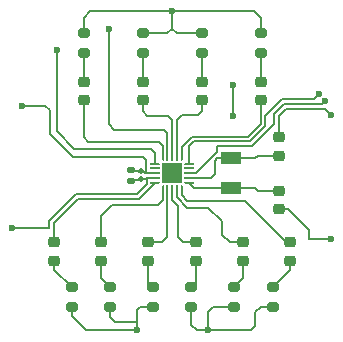
<source format=gbr>
%TF.GenerationSoftware,KiCad,Pcbnew,9.0.2*%
%TF.CreationDate,2025-05-30T03:52:38+02:00*%
%TF.ProjectId,Clock10,436c6f63-6b31-4302-9e6b-696361645f70,rev?*%
%TF.SameCoordinates,Original*%
%TF.FileFunction,Copper,L1,Top*%
%TF.FilePolarity,Positive*%
%FSLAX46Y46*%
G04 Gerber Fmt 4.6, Leading zero omitted, Abs format (unit mm)*
G04 Created by KiCad (PCBNEW 9.0.2) date 2025-05-30 03:52:38*
%MOMM*%
%LPD*%
G01*
G04 APERTURE LIST*
G04 Aperture macros list*
%AMRoundRect*
0 Rectangle with rounded corners*
0 $1 Rounding radius*
0 $2 $3 $4 $5 $6 $7 $8 $9 X,Y pos of 4 corners*
0 Add a 4 corners polygon primitive as box body*
4,1,4,$2,$3,$4,$5,$6,$7,$8,$9,$2,$3,0*
0 Add four circle primitives for the rounded corners*
1,1,$1+$1,$2,$3*
1,1,$1+$1,$4,$5*
1,1,$1+$1,$6,$7*
1,1,$1+$1,$8,$9*
0 Add four rect primitives between the rounded corners*
20,1,$1+$1,$2,$3,$4,$5,0*
20,1,$1+$1,$4,$5,$6,$7,0*
20,1,$1+$1,$6,$7,$8,$9,0*
20,1,$1+$1,$8,$9,$2,$3,0*%
%AMFreePoly0*
4,1,14,0.334644,0.085355,0.385355,0.034644,0.400000,-0.000711,0.400000,-0.050000,0.385355,-0.085355,0.350000,-0.100000,-0.350000,-0.100000,-0.385355,-0.085355,-0.400000,-0.050000,-0.400000,0.050000,-0.385355,0.085355,-0.350000,0.100000,0.299289,0.100000,0.334644,0.085355,0.334644,0.085355,$1*%
%AMFreePoly1*
4,1,14,0.385355,0.085355,0.400000,0.050000,0.400000,0.000711,0.385355,-0.034644,0.334644,-0.085355,0.299289,-0.100000,-0.350000,-0.100000,-0.385355,-0.085355,-0.400000,-0.050000,-0.400000,0.050000,-0.385355,0.085355,-0.350000,0.100000,0.350000,0.100000,0.385355,0.085355,0.385355,0.085355,$1*%
%AMFreePoly2*
4,1,14,0.085355,0.385355,0.100000,0.350000,0.100000,-0.350000,0.085355,-0.385355,0.050000,-0.400000,-0.050000,-0.400000,-0.085355,-0.385355,-0.100000,-0.350000,-0.100000,0.299289,-0.085355,0.334644,-0.034644,0.385355,0.000711,0.400000,0.050000,0.400000,0.085355,0.385355,0.085355,0.385355,$1*%
%AMFreePoly3*
4,1,14,0.034644,0.385355,0.085355,0.334644,0.100000,0.299289,0.100000,-0.350000,0.085355,-0.385355,0.050000,-0.400000,-0.050000,-0.400000,-0.085355,-0.385355,-0.100000,-0.350000,-0.100000,0.350000,-0.085355,0.385355,-0.050000,0.400000,-0.000711,0.400000,0.034644,0.385355,0.034644,0.385355,$1*%
%AMFreePoly4*
4,1,14,0.385355,0.085355,0.400000,0.050000,0.400000,-0.050000,0.385355,-0.085355,0.350000,-0.100000,-0.299289,-0.100000,-0.334644,-0.085355,-0.385355,-0.034644,-0.400000,0.000711,-0.400000,0.050000,-0.385355,0.085355,-0.350000,0.100000,0.350000,0.100000,0.385355,0.085355,0.385355,0.085355,$1*%
%AMFreePoly5*
4,1,14,0.385355,0.085355,0.400000,0.050000,0.400000,-0.050000,0.385355,-0.085355,0.350000,-0.100000,-0.350000,-0.100000,-0.385355,-0.085355,-0.400000,-0.050000,-0.400000,-0.000711,-0.385355,0.034644,-0.334644,0.085355,-0.299289,0.100000,0.350000,0.100000,0.385355,0.085355,0.385355,0.085355,$1*%
%AMFreePoly6*
4,1,14,0.085355,0.385355,0.100000,0.350000,0.100000,-0.299289,0.085355,-0.334644,0.034644,-0.385355,-0.000711,-0.400000,-0.050000,-0.400000,-0.085355,-0.385355,-0.100000,-0.350000,-0.100000,0.350000,-0.085355,0.385355,-0.050000,0.400000,0.050000,0.400000,0.085355,0.385355,0.085355,0.385355,$1*%
%AMFreePoly7*
4,1,14,0.085355,0.385355,0.100000,0.350000,0.100000,-0.350000,0.085355,-0.385355,0.050000,-0.400000,0.000711,-0.400000,-0.034644,-0.385355,-0.085355,-0.334644,-0.100000,-0.299289,-0.100000,0.350000,-0.085355,0.385355,-0.050000,0.400000,0.050000,0.400000,0.085355,0.385355,0.085355,0.385355,$1*%
G04 Aperture macros list end*
%TA.AperFunction,Conductor*%
%ADD10C,0.200000*%
%TD*%
%TA.AperFunction,SMDPad,CuDef*%
%ADD11RoundRect,0.200000X-0.275000X0.200000X-0.275000X-0.200000X0.275000X-0.200000X0.275000X0.200000X0*%
%TD*%
%TA.AperFunction,SMDPad,CuDef*%
%ADD12RoundRect,0.218750X0.256250X-0.218750X0.256250X0.218750X-0.256250X0.218750X-0.256250X-0.218750X0*%
%TD*%
%TA.AperFunction,SMDPad,CuDef*%
%ADD13FreePoly0,0.000000*%
%TD*%
%TA.AperFunction,SMDPad,CuDef*%
%ADD14RoundRect,0.050000X-0.350000X-0.050000X0.350000X-0.050000X0.350000X0.050000X-0.350000X0.050000X0*%
%TD*%
%TA.AperFunction,SMDPad,CuDef*%
%ADD15FreePoly1,0.000000*%
%TD*%
%TA.AperFunction,SMDPad,CuDef*%
%ADD16FreePoly2,0.000000*%
%TD*%
%TA.AperFunction,SMDPad,CuDef*%
%ADD17RoundRect,0.050000X-0.050000X-0.350000X0.050000X-0.350000X0.050000X0.350000X-0.050000X0.350000X0*%
%TD*%
%TA.AperFunction,SMDPad,CuDef*%
%ADD18FreePoly3,0.000000*%
%TD*%
%TA.AperFunction,SMDPad,CuDef*%
%ADD19FreePoly4,0.000000*%
%TD*%
%TA.AperFunction,SMDPad,CuDef*%
%ADD20FreePoly5,0.000000*%
%TD*%
%TA.AperFunction,SMDPad,CuDef*%
%ADD21FreePoly6,0.000000*%
%TD*%
%TA.AperFunction,SMDPad,CuDef*%
%ADD22FreePoly7,0.000000*%
%TD*%
%TA.AperFunction,HeatsinkPad*%
%ADD23R,1.700000X1.700000*%
%TD*%
%TA.AperFunction,SMDPad,CuDef*%
%ADD24RoundRect,0.200000X0.275000X-0.200000X0.275000X0.200000X-0.275000X0.200000X-0.275000X-0.200000X0*%
%TD*%
%TA.AperFunction,SMDPad,CuDef*%
%ADD25RoundRect,0.225000X-0.250000X0.225000X-0.250000X-0.225000X0.250000X-0.225000X0.250000X0.225000X0*%
%TD*%
%TA.AperFunction,SMDPad,CuDef*%
%ADD26RoundRect,0.218750X-0.256250X0.218750X-0.256250X-0.218750X0.256250X-0.218750X0.256250X0.218750X0*%
%TD*%
%TA.AperFunction,SMDPad,CuDef*%
%ADD27RoundRect,0.100000X0.100000X-0.130000X0.100000X0.130000X-0.100000X0.130000X-0.100000X-0.130000X0*%
%TD*%
%TA.AperFunction,SMDPad,CuDef*%
%ADD28R,1.800000X1.000000*%
%TD*%
%TA.AperFunction,SMDPad,CuDef*%
%ADD29RoundRect,0.225000X0.250000X-0.225000X0.250000X0.225000X-0.250000X0.225000X-0.250000X-0.225000X0*%
%TD*%
%TA.AperFunction,SMDPad,CuDef*%
%ADD30RoundRect,0.140000X0.170000X-0.140000X0.170000X0.140000X-0.170000X0.140000X-0.170000X-0.140000X0*%
%TD*%
%TA.AperFunction,ViaPad*%
%ADD31C,0.600000*%
%TD*%
G04 APERTURE END LIST*
D10*
%TO.N,GND*%
X97330000Y-99880000D02*
X96510000Y-99700000D01*
%TO.N,VCC*%
X97330000Y-100480000D02*
X96510000Y-100700000D01*
%TO.N,Net-(D3-A)*%
X102180000Y-95090000D02*
X102500000Y-94780000D01*
%TD*%
D11*
%TO.P,R6,1*%
%TO.N,Net-(D6-K)*%
X94750000Y-109675000D03*
%TO.P,R6,2*%
%TO.N,GND*%
X94750000Y-111325000D03*
%TD*%
D12*
%TO.P,D9,1,K*%
%TO.N,Net-(D9-K)*%
X106000000Y-107427500D03*
%TO.P,D9,2,A*%
%TO.N,Net-(D9-A)*%
X106000000Y-105852500D03*
%TD*%
%TO.P,D5,1,K*%
%TO.N,Net-(D5-K)*%
X90000000Y-107427500D03*
%TO.P,D5,2,A*%
%TO.N,Net-(D5-A)*%
X90000000Y-105852500D03*
%TD*%
D13*
%TO.P,U1,1,PA2*%
%TO.N,Net-(S1-In)*%
X98550000Y-99200000D03*
D14*
%TO.P,U1,2,PA3*%
%TO.N,unconnected-(U1-PA3-Pad2)*%
X98550000Y-99600000D03*
%TO.P,U1,3,GND*%
%TO.N,GND*%
X98550000Y-100000000D03*
%TO.P,U1,4,VCC*%
%TO.N,VCC*%
X98550000Y-100400000D03*
D15*
%TO.P,U1,5,PA4*%
%TO.N,Net-(D5-A)*%
X98550000Y-100800000D03*
D16*
%TO.P,U1,6,PA5*%
%TO.N,Net-(D6-A)*%
X99200000Y-101450000D03*
D17*
%TO.P,U1,7,PA6*%
%TO.N,Net-(D7-A)*%
X99600000Y-101450000D03*
%TO.P,U1,8,PA7*%
%TO.N,Net-(D8-A)*%
X100000000Y-101450000D03*
%TO.P,U1,9,PB5*%
%TO.N,Net-(D9-A)*%
X100400000Y-101450000D03*
D18*
%TO.P,U1,10,PB4*%
%TO.N,Net-(D0-A)*%
X100800000Y-101450000D03*
D19*
%TO.P,U1,11,PB3*%
%TO.N,Net-(U1-PB3)*%
X101450000Y-100800000D03*
D14*
%TO.P,U1,12,PB2*%
%TO.N,Net-(U1-PB2)*%
X101450000Y-100400000D03*
%TO.P,U1,13,PB1*%
%TO.N,Net-(S3-In)*%
X101450000Y-100000000D03*
%TO.P,U1,14,PB0*%
%TO.N,unconnected-(U1-PB0-Pad14)*%
X101450000Y-99600000D03*
D20*
%TO.P,U1,15,PC0*%
%TO.N,Net-(S2-In)*%
X101450000Y-99200000D03*
D21*
%TO.P,U1,16,PC1*%
%TO.N,Net-(D4-A)*%
X100800000Y-98550000D03*
D17*
%TO.P,U1,17,PC2*%
%TO.N,Net-(D3-A)*%
X100400000Y-98550000D03*
%TO.P,U1,18,PC3*%
%TO.N,Net-(D2-A)*%
X100000000Y-98550000D03*
%TO.P,U1,19,~{RESET}/PA0*%
%TO.N,Net-(U1-~{RESET}{slash}PA0)*%
X99600000Y-98550000D03*
D22*
%TO.P,U1,20,PA1*%
%TO.N,Net-(D1-A)*%
X99200000Y-98550000D03*
D23*
%TO.P,U1,21,GND*%
%TO.N,GND*%
X100000000Y-100000000D03*
%TD*%
D12*
%TO.P,D7,1,K*%
%TO.N,Net-(D7-K)*%
X98000000Y-107427500D03*
%TO.P,D7,2,A*%
%TO.N,Net-(D7-A)*%
X98000000Y-105852500D03*
%TD*%
D24*
%TO.P,R1,1*%
%TO.N,Net-(D1-K)*%
X92500000Y-89825000D03*
%TO.P,R1,2*%
%TO.N,GND*%
X92500000Y-88175000D03*
%TD*%
D25*
%TO.P,C1,1*%
%TO.N,Net-(U1-PB3)*%
X109020000Y-101475000D03*
%TO.P,C1,2*%
%TO.N,GND*%
X109020000Y-103025000D03*
%TD*%
D11*
%TO.P,R7,1*%
%TO.N,Net-(D7-K)*%
X98375000Y-109675000D03*
%TO.P,R7,2*%
%TO.N,GND*%
X98375000Y-111325000D03*
%TD*%
D26*
%TO.P,D1,1,K*%
%TO.N,Net-(D1-K)*%
X92500000Y-92262500D03*
%TO.P,D1,2,A*%
%TO.N,Net-(D1-A)*%
X92500000Y-93837500D03*
%TD*%
D27*
%TO.P,C3,1*%
%TO.N,VCC*%
X97330000Y-100500000D03*
%TO.P,C3,2*%
%TO.N,GND*%
X97330000Y-99860000D03*
%TD*%
D24*
%TO.P,R4,1*%
%TO.N,Net-(D4-K)*%
X107500000Y-89825000D03*
%TO.P,R4,2*%
%TO.N,GND*%
X107500000Y-88175000D03*
%TD*%
D26*
%TO.P,D3,1,K*%
%TO.N,Net-(D3-K)*%
X102500000Y-92262500D03*
%TO.P,D3,2,A*%
%TO.N,Net-(D3-A)*%
X102500000Y-93837500D03*
%TD*%
D12*
%TO.P,D6,1,K*%
%TO.N,Net-(D6-K)*%
X94000000Y-107427500D03*
%TO.P,D6,2,A*%
%TO.N,Net-(D6-A)*%
X94000000Y-105852500D03*
%TD*%
D26*
%TO.P,D2,1,K*%
%TO.N,Net-(D2-K)*%
X97500000Y-92262500D03*
%TO.P,D2,2,A*%
%TO.N,Net-(D2-A)*%
X97500000Y-93837500D03*
%TD*%
%TO.P,D4,1,K*%
%TO.N,Net-(D4-K)*%
X107500000Y-92262500D03*
%TO.P,D4,2,A*%
%TO.N,Net-(D4-A)*%
X107500000Y-93837500D03*
%TD*%
D11*
%TO.P,R0,1*%
%TO.N,Net-(D0-K)*%
X108500000Y-109675000D03*
%TO.P,R0,2*%
%TO.N,GND*%
X108500000Y-111325000D03*
%TD*%
D12*
%TO.P,D0,1,K*%
%TO.N,Net-(D0-K)*%
X110000000Y-107427500D03*
%TO.P,D0,2,A*%
%TO.N,Net-(D0-A)*%
X110000000Y-105852500D03*
%TD*%
D24*
%TO.P,R2,1*%
%TO.N,Net-(D2-K)*%
X97500000Y-89825000D03*
%TO.P,R2,2*%
%TO.N,GND*%
X97500000Y-88175000D03*
%TD*%
D11*
%TO.P,R8,1*%
%TO.N,Net-(D8-K)*%
X101625000Y-109675000D03*
%TO.P,R8,2*%
%TO.N,GND*%
X101625000Y-111325000D03*
%TD*%
D28*
%TO.P,Y1,1,1*%
%TO.N,Net-(U1-PB2)*%
X105020000Y-98750000D03*
%TO.P,Y1,2,2*%
%TO.N,Net-(U1-PB3)*%
X105020000Y-101250000D03*
%TD*%
D12*
%TO.P,D8,1,K*%
%TO.N,Net-(D8-K)*%
X102000000Y-107427500D03*
%TO.P,D8,2,A*%
%TO.N,Net-(D8-A)*%
X102000000Y-105852500D03*
%TD*%
D29*
%TO.P,C2,1*%
%TO.N,Net-(U1-PB2)*%
X109020000Y-98525000D03*
%TO.P,C2,2*%
%TO.N,GND*%
X109020000Y-96975000D03*
%TD*%
D30*
%TO.P,C4,1*%
%TO.N,VCC*%
X96510000Y-100680000D03*
%TO.P,C4,2*%
%TO.N,GND*%
X96510000Y-99720000D03*
%TD*%
D11*
%TO.P,R9,1*%
%TO.N,Net-(D9-K)*%
X105250000Y-109675000D03*
%TO.P,R9,2*%
%TO.N,GND*%
X105250000Y-111325000D03*
%TD*%
%TO.P,R5,1*%
%TO.N,Net-(D5-K)*%
X91500000Y-109675000D03*
%TO.P,R5,2*%
%TO.N,GND*%
X91500000Y-111325000D03*
%TD*%
D24*
%TO.P,R3,1*%
%TO.N,Net-(D3-K)*%
X102500000Y-89825000D03*
%TO.P,R3,2*%
%TO.N,GND*%
X102500000Y-88175000D03*
%TD*%
D31*
%TO.N,Net-(U1-~{RESET}{slash}PA0)*%
X94630000Y-87790000D03*
%TO.N,VCC*%
X86420000Y-104660000D03*
%TO.N,GND*%
X113450000Y-105560000D03*
X97000000Y-113310000D03*
X105120000Y-95170000D03*
X87270000Y-94340000D03*
X100000000Y-86280000D03*
X103000000Y-113310000D03*
X105120000Y-92560000D03*
X100000000Y-100000000D03*
X113490000Y-95080000D03*
%TO.N,Net-(S1-In)*%
X90220000Y-89550000D03*
%TO.N,Net-(S2-In)*%
X112412105Y-93340126D03*
%TO.N,Net-(S3-In)*%
X112973433Y-93910139D03*
%TD*%
D10*
%TO.N,Net-(U1-PB3)*%
X101890000Y-101240000D02*
X102000000Y-101240000D01*
X107265000Y-101475000D02*
X109020000Y-101475000D01*
X107040000Y-101250000D02*
X107265000Y-101475000D01*
X105020000Y-101250000D02*
X107040000Y-101250000D01*
X102000000Y-101240000D02*
X102010000Y-101250000D01*
X101450000Y-100800000D02*
X101890000Y-101240000D01*
X102010000Y-101250000D02*
X105020000Y-101250000D01*
%TO.N,Net-(U1-PB2)*%
X107010000Y-98750000D02*
X107235000Y-98525000D01*
X103270000Y-100400000D02*
X101450000Y-100400000D01*
X105020000Y-98750000D02*
X107010000Y-98750000D01*
X103610000Y-100060000D02*
X103600000Y-100070000D01*
X103600000Y-100070000D02*
X103270000Y-100400000D01*
X103810000Y-98750000D02*
X103610000Y-98950000D01*
X103610000Y-98950000D02*
X103610000Y-100060000D01*
X107235000Y-98525000D02*
X109020000Y-98525000D01*
X105020000Y-98750000D02*
X103810000Y-98750000D01*
%TO.N,Net-(D1-A)*%
X99200000Y-98550000D02*
X99200000Y-97690000D01*
X98850000Y-97340000D02*
X92900000Y-97340000D01*
X92900000Y-97340000D02*
X92500000Y-96940000D01*
X92500000Y-96940000D02*
X92500000Y-93837500D01*
X99200000Y-97690000D02*
X98850000Y-97340000D01*
%TO.N,Net-(D1-K)*%
X92500000Y-92262500D02*
X92500000Y-89825000D01*
%TO.N,Net-(D2-K)*%
X97500000Y-92262500D02*
X97500000Y-89825000D01*
%TO.N,Net-(D2-A)*%
X100000000Y-95510000D02*
X99630000Y-95140000D01*
X100000000Y-98550000D02*
X100000000Y-95510000D01*
X99630000Y-95140000D02*
X97880000Y-95140000D01*
X97500000Y-94760000D02*
X97500000Y-93837500D01*
X97880000Y-95140000D02*
X97500000Y-94760000D01*
%TO.N,Net-(D3-A)*%
X100810000Y-95100000D02*
X100400000Y-95510000D01*
X102180000Y-95090000D02*
X102170000Y-95100000D01*
X102500000Y-93837500D02*
X102500000Y-94780000D01*
X100400000Y-95510000D02*
X100400000Y-98550000D01*
X102170000Y-95100000D02*
X100810000Y-95100000D01*
%TO.N,Net-(D3-K)*%
X102500000Y-92262500D02*
X102500000Y-89825000D01*
%TO.N,Net-(D4-A)*%
X106400000Y-96920000D02*
X107500000Y-95820000D01*
X107500000Y-95820000D02*
X107500000Y-93837500D01*
X101670000Y-96920000D02*
X106400000Y-96920000D01*
X100800000Y-98550000D02*
X100800000Y-97790000D01*
X100800000Y-97790000D02*
X101670000Y-96920000D01*
%TO.N,Net-(D4-K)*%
X107500000Y-92262500D02*
X107500000Y-89825000D01*
%TO.N,Net-(D5-K)*%
X90000000Y-107427500D02*
X90000000Y-108175000D01*
X90000000Y-108175000D02*
X91500000Y-109675000D01*
%TO.N,Net-(D5-A)*%
X98550000Y-100800000D02*
X97180000Y-102170000D01*
X90000000Y-104230000D02*
X90000000Y-105852500D01*
X97180000Y-102170000D02*
X92060000Y-102170000D01*
X92060000Y-102170000D02*
X90000000Y-104230000D01*
%TO.N,Net-(D6-A)*%
X98770000Y-102720000D02*
X94900000Y-102720000D01*
X99200000Y-102290000D02*
X98770000Y-102720000D01*
X94900000Y-102720000D02*
X94000000Y-103620000D01*
X99200000Y-101450000D02*
X99200000Y-102290000D01*
X94000000Y-103620000D02*
X94000000Y-105852500D01*
%TO.N,Net-(D6-K)*%
X94000000Y-107427500D02*
X94000000Y-108925000D01*
X94000000Y-108925000D02*
X94750000Y-109675000D01*
%TO.N,Net-(D7-K)*%
X98000000Y-107427500D02*
X98000000Y-109300000D01*
X98000000Y-109300000D02*
X98375000Y-109675000D01*
%TO.N,Net-(D7-A)*%
X99177500Y-105852500D02*
X99600000Y-105430000D01*
X98000000Y-105852500D02*
X99177500Y-105852500D01*
X99600000Y-105430000D02*
X99600000Y-101450000D01*
%TO.N,Net-(D8-K)*%
X102000000Y-109300000D02*
X101625000Y-109675000D01*
X102000000Y-107427500D02*
X102000000Y-109300000D01*
%TO.N,Net-(D8-A)*%
X100000000Y-101450000D02*
X100000000Y-102300000D01*
X100470000Y-102770000D02*
X100470000Y-105370000D01*
X100952500Y-105852500D02*
X102000000Y-105852500D01*
X100000000Y-102300000D02*
X100470000Y-102770000D01*
X100470000Y-105370000D02*
X100952500Y-105852500D01*
%TO.N,Net-(D9-K)*%
X106000000Y-107427500D02*
X106000000Y-108925000D01*
X106000000Y-108925000D02*
X105250000Y-109675000D01*
%TO.N,Net-(D9-A)*%
X104220000Y-105210000D02*
X104862500Y-105852500D01*
X104220000Y-104090000D02*
X104220000Y-105210000D01*
X100400000Y-101450000D02*
X100400000Y-102040000D01*
X103070000Y-102940000D02*
X104220000Y-104090000D01*
X100400000Y-102040000D02*
X101300000Y-102940000D01*
X101300000Y-102940000D02*
X103070000Y-102940000D01*
X104862500Y-105852500D02*
X106000000Y-105852500D01*
%TO.N,Net-(U1-~{RESET}{slash}PA0)*%
X99600000Y-96620000D02*
X99600000Y-98550000D01*
X95110000Y-96350000D02*
X99330000Y-96350000D01*
X99330000Y-96350000D02*
X99600000Y-96620000D01*
X94630000Y-95870000D02*
X95110000Y-96350000D01*
X94630000Y-87790000D02*
X94630000Y-95870000D01*
%TO.N,VCC*%
X97431450Y-101351450D02*
X97013900Y-101769000D01*
X97740000Y-100500000D02*
X97840000Y-100400000D01*
X89600000Y-104062900D02*
X89600000Y-104660000D01*
X92160000Y-101769000D02*
X91893900Y-101769000D01*
X97330000Y-100500000D02*
X97740000Y-100500000D01*
X97840000Y-100400000D02*
X98550000Y-100400000D01*
X91893900Y-101769000D02*
X89600000Y-104062900D01*
X97840000Y-100942900D02*
X97431450Y-101351450D01*
X97013900Y-101769000D02*
X95980000Y-101769000D01*
X95980000Y-101769000D02*
X92160000Y-101769000D01*
X97840000Y-100400000D02*
X97840000Y-100942900D01*
X89600000Y-104660000D02*
X86420000Y-104660000D01*
%TO.N,GND*%
X103435000Y-111325000D02*
X103000000Y-111760000D01*
X100000000Y-87760000D02*
X100000000Y-86280000D01*
X92680000Y-113310000D02*
X97000000Y-113310000D01*
X97010000Y-113300000D02*
X97000000Y-113310000D01*
X98550000Y-100000000D02*
X97810000Y-100000000D01*
X89619000Y-94689000D02*
X89619000Y-96688942D01*
X93060000Y-86280000D02*
X100000000Y-86280000D01*
X107500000Y-86840000D02*
X106940000Y-86280000D01*
X95150000Y-112570000D02*
X97010000Y-112570000D01*
X111620000Y-104840000D02*
X111620000Y-105560000D01*
X109020000Y-95150000D02*
X109020000Y-96975000D01*
X92500000Y-88175000D02*
X92500000Y-86840000D01*
X91500000Y-112130000D02*
X92680000Y-113310000D01*
X101625000Y-111325000D02*
X101625000Y-112835000D01*
X105250000Y-111325000D02*
X103435000Y-111325000D01*
X107485000Y-111325000D02*
X107020000Y-111790000D01*
X91590058Y-98660000D02*
X97550000Y-98660000D01*
X97010000Y-111570000D02*
X97010000Y-112570000D01*
X97669999Y-100000000D02*
X97529999Y-99860000D01*
X91500000Y-111325000D02*
X91500000Y-112130000D01*
X102500000Y-88175000D02*
X100415000Y-88175000D01*
X99585000Y-88175000D02*
X100000000Y-87760000D01*
X111620000Y-105560000D02*
X113450000Y-105560000D01*
X94750000Y-111325000D02*
X94750000Y-112170000D01*
X97255000Y-111325000D02*
X97010000Y-111570000D01*
X105250000Y-111325000D02*
X105250000Y-111510000D01*
X105120000Y-92560000D02*
X105120000Y-95170000D01*
X97550000Y-98660000D02*
X97810000Y-98920000D01*
X107020000Y-111790000D02*
X107020000Y-112960000D01*
X89270000Y-94340000D02*
X89619000Y-94689000D01*
X112970000Y-94560000D02*
X109610000Y-94560000D01*
X92500000Y-86840000D02*
X93060000Y-86280000D01*
X107020000Y-112960000D02*
X106670000Y-113310000D01*
X97810000Y-98920000D02*
X97810000Y-100000000D01*
X97500000Y-88175000D02*
X99585000Y-88175000D01*
X101625000Y-112835000D02*
X102100000Y-113310000D01*
X107500000Y-88175000D02*
X107500000Y-86840000D01*
X97529999Y-99860000D02*
X97330000Y-99860000D01*
X94750000Y-112170000D02*
X95150000Y-112570000D01*
X113490000Y-95080000D02*
X112970000Y-94560000D01*
X98375000Y-111325000D02*
X97255000Y-111325000D01*
X102100000Y-113310000D02*
X103000000Y-113310000D01*
X106670000Y-113310000D02*
X103000000Y-113310000D01*
X97010000Y-112570000D02*
X97010000Y-113300000D01*
X103000000Y-111760000D02*
X103000000Y-113310000D01*
X109020000Y-103025000D02*
X109805000Y-103025000D01*
X106940000Y-86280000D02*
X100000000Y-86280000D01*
X100415000Y-88175000D02*
X100000000Y-87760000D01*
X87270000Y-94340000D02*
X89270000Y-94340000D01*
X109610000Y-94560000D02*
X109020000Y-95150000D01*
X89619000Y-96688942D02*
X91590058Y-98660000D01*
X109805000Y-103025000D02*
X111620000Y-104840000D01*
X108500000Y-111325000D02*
X107485000Y-111325000D01*
X97810000Y-100000000D02*
X97669999Y-100000000D01*
%TO.N,Net-(D0-A)*%
X100800000Y-101870000D02*
X101290000Y-102360000D01*
X100800000Y-101450000D02*
X100800000Y-101870000D01*
X109672500Y-105852500D02*
X110000000Y-105852500D01*
X106180000Y-102360000D02*
X109672500Y-105852500D01*
X101290000Y-102360000D02*
X106180000Y-102360000D01*
%TO.N,Net-(D0-K)*%
X110000000Y-107427500D02*
X110000000Y-108175000D01*
X110000000Y-108175000D02*
X108500000Y-109675000D01*
%TO.N,Net-(S1-In)*%
X98191000Y-97941000D02*
X98550000Y-98300000D01*
X98550000Y-98300000D02*
X98550000Y-99200000D01*
X91721000Y-97941000D02*
X98191000Y-97941000D01*
X90220000Y-92790000D02*
X90220000Y-96440000D01*
X90220000Y-96440000D02*
X91721000Y-97941000D01*
X90220000Y-92790000D02*
X90220000Y-89550000D01*
%TO.N,Net-(S2-In)*%
X111994231Y-93758000D02*
X112412105Y-93340126D01*
X101450000Y-99200000D02*
X101450000Y-97707100D01*
X101523550Y-97633550D02*
X101836100Y-97321000D01*
X101450000Y-97707100D02*
X101523550Y-97633550D01*
X109277800Y-93758000D02*
X111172000Y-93758000D01*
X106566100Y-97321000D02*
X107901000Y-95986100D01*
X107901000Y-95653900D02*
X107901000Y-95134800D01*
X101836100Y-97321000D02*
X106460000Y-97321000D01*
X106460000Y-97321000D02*
X106566100Y-97321000D01*
X107901000Y-95986100D02*
X107901000Y-95653900D01*
X111172000Y-93758000D02*
X111994231Y-93758000D01*
X107901000Y-95134800D02*
X109277800Y-93758000D01*
%TO.N,Net-(S3-In)*%
X103820000Y-98172900D02*
X103820000Y-97722000D01*
X111731057Y-94159000D02*
X112724572Y-94159000D01*
X109443900Y-94159000D02*
X111731057Y-94159000D01*
X108619000Y-94983900D02*
X109443900Y-94159000D01*
X106732200Y-97722000D02*
X108619000Y-95835200D01*
X112724572Y-94159000D02*
X112973433Y-93910139D01*
X108619000Y-95835200D02*
X108619000Y-94983900D01*
X101992900Y-100000000D02*
X103820000Y-98172900D01*
X101450000Y-100000000D02*
X101992900Y-100000000D01*
X103820000Y-97722000D02*
X106732200Y-97722000D01*
%TD*%
M02*

</source>
